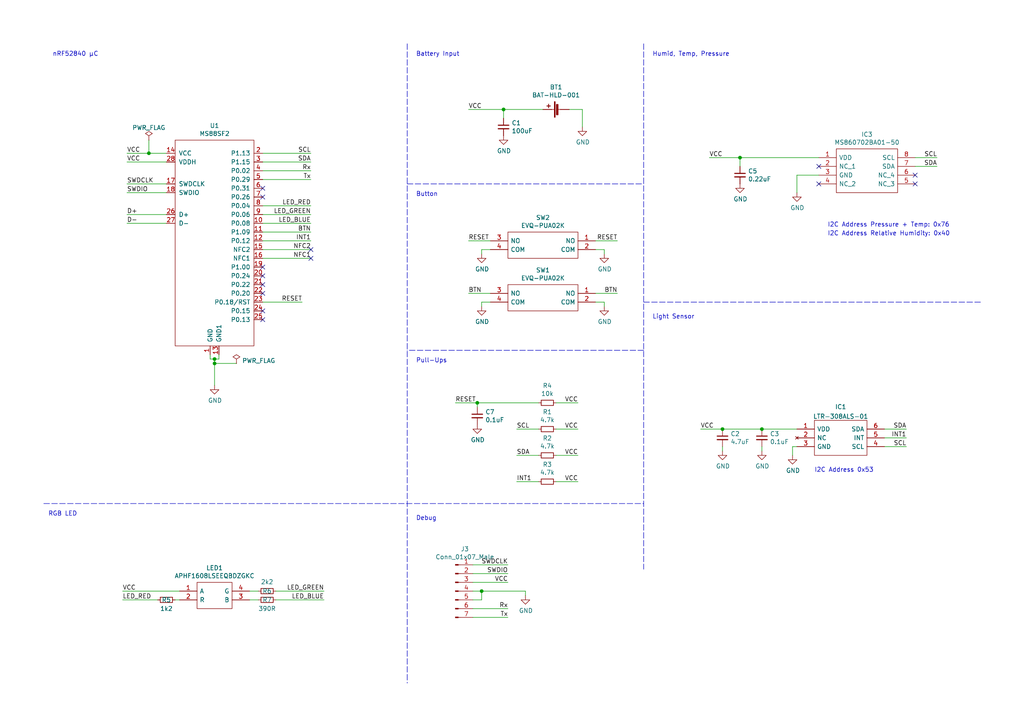
<source format=kicad_sch>
(kicad_sch (version 20211123) (generator eeschema)
  (paper "A4")
  (title_block (title "Thread Sensor Tag") (date "2021-02-08") (rev "0.1") (comment 1 "Licence: MIT"))
  (lib_symbols
    (symbol "APHF1608LSEEQBDZGKC:APHF1608LSEEQBDZGKC" (pin_names (offset 0.762))
      (property "Reference" "LED" (at 16.51 7.62 0))
      (property "Value" "APHF1608LSEEQBDZGKC" (at 16.51 5.08 0))
      (symbol "APHF1608LSEEQBDZGKC_0_0"
        (pin passive line (at 0 0 0) (length 5.08) (name "A") (number "1"))
        (pin passive line (at 0 -2.54 0) (length 5.08) (name "R") (number "2"))
        (pin passive line (at 20.32 -2.54 180) (length 5.08) (name "B") (number "3"))
        (pin passive line (at 20.32 0 180) (length 5.08) (name "G") (number "4"))
      )
      (symbol "APHF1608LSEEQBDZGKC_0_1"
        (polyline (pts (xy 5.08 2.54) (xy 15.24 2.54) (xy 15.24 -5.08) (xy 5.08 -5.08) (xy 5.08 2.54)) (stroke (width 0.1524)))
      )
    )
    (symbol "Connector:Conn_01x07_Male" (pin_names (offset 1.016) hide)
      (property "Reference" "J" (at 0 10.16 0))
      (property "Value" "Conn_01x07_Male" (at 0 -10.16 0))
      (symbol "Conn_01x07_Male_1_1"
        (polyline (pts (xy 1.27 -7.62) (xy 0.8636 -7.62)) (stroke (width 0.1524)))
        (polyline (pts (xy 1.27 -5.08) (xy 0.8636 -5.08)) (stroke (width 0.1524)))
        (polyline (pts (xy 1.27 -2.54) (xy 0.8636 -2.54)) (stroke (width 0.1524)))
        (polyline (pts (xy 1.27 0) (xy 0.8636 0)) (stroke (width 0.1524)))
        (polyline (pts (xy 1.27 2.54) (xy 0.8636 2.54)) (stroke (width 0.1524)))
        (polyline (pts (xy 1.27 5.08) (xy 0.8636 5.08)) (stroke (width 0.1524)))
        (polyline (pts (xy 1.27 7.62) (xy 0.8636 7.62)) (stroke (width 0.1524)))
        (rectangle (start 0.8636 -7.493) (end 0 -7.747) (stroke (width 0.1524)) (fill (type outline)))
        (rectangle (start 0.8636 -4.953) (end 0 -5.207) (stroke (width 0.1524)) (fill (type outline)))
        (rectangle (start 0.8636 -2.413) (end 0 -2.667) (stroke (width 0.1524)) (fill (type outline)))
        (rectangle (start 0.8636 0.127) (end 0 -0.127) (stroke (width 0.1524)) (fill (type outline)))
        (rectangle (start 0.8636 2.667) (end 0 2.413) (stroke (width 0.1524)) (fill (type outline)))
        (rectangle (start 0.8636 5.207) (end 0 4.953) (stroke (width 0.1524)) (fill (type outline)))
        (rectangle (start 0.8636 7.747) (end 0 7.493) (stroke (width 0.1524)) (fill (type outline)))
        (pin passive line (at 5.08 7.62 180) (length 3.81) (name "Pin_1") (number "1"))
        (pin passive line (at 5.08 5.08 180) (length 3.81) (name "Pin_2") (number "2"))
        (pin passive line (at 5.08 2.54 180) (length 3.81) (name "Pin_3") (number "3"))
        (pin passive line (at 5.08 0 180) (length 3.81) (name "Pin_4") (number "4"))
        (pin passive line (at 5.08 -2.54 180) (length 3.81) (name "Pin_5") (number "5"))
        (pin passive line (at 5.08 -5.08 180) (length 3.81) (name "Pin_6") (number "6"))
        (pin passive line (at 5.08 -7.62 180) (length 3.81) (name "Pin_7") (number "7"))
      )
    )
    (symbol "Device:Battery_Cell" (pin_numbers hide) (pin_names (offset 0) hide)
      (property "Reference" "BT" (at 2.54 2.54 0))
      (property "Value" "Battery_Cell" (at 2.54 0 0))
      (symbol "Battery_Cell_0_1"
        (rectangle (start -2.286 1.778) (end 2.286 1.524) (fill (type outline)))
        (rectangle (start -1.5748 1.1938) (end 1.4732 0.6858) (fill (type outline)))
        (polyline (pts (xy 0 0.762) (xy 0 0)))
        (polyline (pts (xy 0 1.778) (xy 0 2.54)))
        (polyline (pts (xy 0.508 3.429) (xy 1.524 3.429)) (stroke (width 0.254)))
        (polyline (pts (xy 1.016 3.937) (xy 1.016 2.921)) (stroke (width 0.254)))
      )
      (symbol "Battery_Cell_1_1"
        (pin passive line (at 0 5.08 270) (length 2.54) (name "+") (number "1"))
        (pin passive line (at 0 -2.54 90) (length 2.54) (name "-") (number "2"))
      )
    )
    (symbol "Device:C_Small" (pin_numbers hide) (pin_names (offset 0.254) hide)
      (property "Reference" "C" (at 0.254 1.778 0))
      (property "Value" "C_Small" (at 0.254 -2.032 0))
      (symbol "C_Small_0_1"
        (polyline (pts (xy -1.524 -0.508) (xy 1.524 -0.508)) (stroke (width 0.3302)))
        (polyline (pts (xy -1.524 0.508) (xy 1.524 0.508)) (stroke (width 0.3048)))
      )
      (symbol "C_Small_1_1"
        (pin passive line (at 0 2.54 270) (length 2.032) (name "~") (number "1"))
        (pin passive line (at 0 -2.54 90) (length 2.032) (name "~") (number "2"))
      )
    )
    (symbol "Device:R_Small" (pin_numbers hide) (pin_names (offset 0.254) hide)
      (property "Reference" "R" (at 0.762 0.508 0))
      (property "Value" "R_Small" (at 0.762 -1.016 0))
      (symbol "R_Small_0_1"
        (rectangle (start -0.762 1.778) (end 0.762 -1.778) (stroke (width 0.2032)))
      )
      (symbol "R_Small_1_1"
        (pin passive line (at 0 2.54 270) (length 0.762) (name "~") (number "1"))
        (pin passive line (at 0 -2.54 90) (length 0.762) (name "~") (number "2"))
      )
    )
    (symbol "EVQ-PUA02K:EVQ-PUA02K" (pin_names (offset 0.762))
      (property "Reference" "S" (at 26.67 7.62 0))
      (property "Value" "EVQ-PUA02K" (at 26.67 5.08 0))
      (symbol "EVQ-PUA02K_0_0"
        (pin passive line (at 30.48 0 180) (length 5.08) (name "NO") (number "1"))
        (pin passive line (at 30.48 -2.54 180) (length 5.08) (name "COM") (number "2"))
        (pin passive line (at 0 0 0) (length 5.08) (name "NO") (number "3"))
        (pin passive line (at 0 -2.54 0) (length 5.08) (name "COM") (number "4"))
      )
      (symbol "EVQ-PUA02K_0_1"
        (polyline (pts (xy 5.08 2.54) (xy 25.4 2.54) (xy 25.4 -5.08) (xy 5.08 -5.08) (xy 5.08 2.54)) (stroke (width 0.1524)))
      )
    )
    (symbol "LTR-308ALS-01:LTR-308ALS-01" (pin_names (offset 0.762))
      (property "Reference" "IC" (at 21.59 7.62 0))
      (property "Value" "LTR-308ALS-01" (at 21.59 5.08 0))
      (symbol "LTR-308ALS-01_0_0"
        (pin passive line (at 0 0 0) (length 5.08) (name "VDD") (number "1"))
        (pin no_connect line (at 0 -2.54 0) (length 5.08) (name "NC") (number "2"))
        (pin passive line (at 0 -5.08 0) (length 5.08) (name "GND") (number "3"))
        (pin passive line (at 25.4 -5.08 180) (length 5.08) (name "SCL") (number "4"))
        (pin passive line (at 25.4 -2.54 180) (length 5.08) (name "INT") (number "5"))
        (pin passive line (at 25.4 0 180) (length 5.08) (name "SDA") (number "6"))
      )
      (symbol "LTR-308ALS-01_0_1"
        (polyline (pts (xy 5.08 2.54) (xy 20.32 2.54) (xy 20.32 -7.62) (xy 5.08 -7.62) (xy 5.08 2.54)) (stroke (width 0.1524)))
      )
    )
    (symbol "MS860702BA01-50:MS860702BA01-50" (pin_names (offset 0.762))
      (property "Reference" "IC" (at 24.13 7.62 0))
      (property "Value" "MS860702BA01-50" (at 24.13 5.08 0))
      (symbol "MS860702BA01-50_0_0"
        (pin passive line (at 0 0 0) (length 5.08) (name "VDD") (number "1"))
        (pin passive line (at 0 -2.54 0) (length 5.08) (name "NC_1") (number "2"))
        (pin passive line (at 0 -5.08 0) (length 5.08) (name "GND") (number "3"))
        (pin passive line (at 0 -7.62 0) (length 5.08) (name "NC_2") (number "4"))
        (pin passive line (at 27.94 -7.62 180) (length 5.08) (name "NC_3") (number "5"))
        (pin passive line (at 27.94 -5.08 180) (length 5.08) (name "NC_4") (number "6"))
        (pin passive line (at 27.94 -2.54 180) (length 5.08) (name "SDA") (number "7"))
        (pin passive line (at 27.94 0 180) (length 5.08) (name "SCL") (number "8"))
      )
      (symbol "MS860702BA01-50_0_1"
        (polyline (pts (xy 5.08 2.54) (xy 22.86 2.54) (xy 22.86 -10.16) (xy 5.08 -10.16) (xy 5.08 2.54)) (stroke (width 0.1524)))
      )
    )
    (symbol "MS88SF2:MS88SF2" (pin_names (offset 1.016))
      (property "Reference" "U" (at 0 -15.24 0))
      (property "Value" "MS88SF2" (at 0 10.16 0))
      (symbol "MS88SF2_0_1"
        (rectangle (start -11.43 8.89) (end 11.43 -50.8))
      )
      (symbol "MS88SF2_1_1"
        (pin power_in line (at -1.27 -53.34 90) (length 2.54) (name "GND") (number "1"))
        (pin bidirectional line (at 13.97 -15.24 180) (length 2.54) (name "P0.08") (number "10"))
        (pin bidirectional line (at 13.97 -17.78 180) (length 2.54) (name "P1.09") (number "11"))
        (pin bidirectional line (at 13.97 -20.32 180) (length 2.54) (name "P0.12") (number "12"))
        (pin power_in line (at 1.27 -53.34 90) (length 2.54) (name "GND1") (number "13"))
        (pin power_in line (at -13.97 5.08 0) (length 2.54) (name "VCC") (number "14"))
        (pin bidirectional line (at 13.97 -22.86 180) (length 2.54) (name "NFC2") (number "15"))
        (pin bidirectional line (at 13.97 -25.4 180) (length 2.54) (name "NFC1") (number "16"))
        (pin input line (at -13.97 -3.81 0) (length 2.54) (name "SWDCLK") (number "17"))
        (pin bidirectional line (at -13.97 -6.35 0) (length 2.54) (name "SWDIO") (number "18"))
        (pin bidirectional line (at 13.97 -27.94 180) (length 2.54) (name "P1.00") (number "19"))
        (pin bidirectional line (at 13.97 5.08 180) (length 2.54) (name "P1.13") (number "2"))
        (pin bidirectional line (at 13.97 -30.48 180) (length 2.54) (name "P0.24") (number "20"))
        (pin bidirectional line (at 13.97 -33.02 180) (length 2.54) (name "P0.22") (number "21"))
        (pin bidirectional line (at 13.97 -35.56 180) (length 2.54) (name "P0.20") (number "22"))
        (pin bidirectional line (at 13.97 -38.1 180) (length 2.54) (name "P0.18/RST") (number "23"))
        (pin bidirectional line (at 13.97 -40.64 180) (length 2.54) (name "P0.15") (number "24"))
        (pin bidirectional line (at 13.97 -43.18 180) (length 2.54) (name "P0.13") (number "25"))
        (pin bidirectional line (at -13.97 -12.7 0) (length 2.54) (name "D+") (number "26"))
        (pin bidirectional line (at -13.97 -15.24 0) (length 2.54) (name "D-") (number "27"))
        (pin power_in line (at -13.97 2.54 0) (length 2.54) (name "VDDH") (number "28"))
        (pin bidirectional line (at 13.97 2.54 180) (length 2.54) (name "P1.15") (number "3"))
        (pin bidirectional line (at 13.97 0 180) (length 2.54) (name "P0.02") (number "4"))
        (pin bidirectional line (at 13.97 -2.54 180) (length 2.54) (name "P0.29") (number "5"))
        (pin bidirectional line (at 13.97 -5.08 180) (length 2.54) (name "P0.31") (number "6"))
        (pin bidirectional line (at 13.97 -7.62 180) (length 2.54) (name "P0.26") (number "7"))
        (pin bidirectional line (at 13.97 -10.16 180) (length 2.54) (name "P0.04") (number "8"))
        (pin bidirectional line (at 13.97 -12.7 180) (length 2.54) (name "P0.06") (number "9"))
      )
    )
    (symbol "power:GND" (power) (pin_names (offset 0))
      (property "Value" "GND" (at 0 -3.81 0))
      (symbol "GND_0_1"
        (polyline (pts (xy 0 0) (xy 0 -1.27) (xy 1.27 -1.27) (xy 0 -2.54) (xy -1.27 -1.27) (xy 0 -1.27)))
      )
      (symbol "GND_1_1"
        (pin power_in line (at 0 0 270) (length 0) hide (name "GND") (number "1"))
      )
    )
    (symbol "power:PWR_FLAG" (power) (pin_numbers hide) (pin_names (offset 0) hide)
      (property "Value" "PWR_FLAG" (at 0 3.81 0))
      (symbol "PWR_FLAG_0_0"
        (pin power_out line (at 0 0 90) (length 0) (name "pwr") (number "1"))
      )
      (symbol "PWR_FLAG_0_1"
        (polyline (pts (xy 0 0) (xy 0 1.27) (xy -1.016 1.905) (xy 0 2.54) (xy 1.016 1.905) (xy 0 1.27)))
      )
    )
  )
  (junction (at 146.05 31.75))
  (junction (at 139.7 171.45))
  (junction (at 214.63 45.72))
  (junction (at 220.98 124.46))
  (junction (at 209.55 124.46))
  (junction (at 62.23 104.14))
  (junction (at 62.23 105.41))
  (junction (at 43.18 44.45))
  (junction (at 138.43 116.84))
  (no_connect (at 237.49 48.26))
  (no_connect (at 237.49 53.34))
  (no_connect (at 76.2 90.17))
  (no_connect (at 76.2 57.15))
  (no_connect (at 90.17 74.93))
  (no_connect (at 265.43 53.34))
  (no_connect (at 265.43 50.8))
  (no_connect (at 90.17 72.39))
  (no_connect (at 76.2 92.71))
  (no_connect (at 76.2 82.55))
  (no_connect (at 76.2 77.47))
  (no_connect (at 76.2 54.61))
  (no_connect (at 76.2 85.09))
  (no_connect (at 76.2 80.01))
  (wire (pts (xy 229.87 129.54) (xy 229.87 132.08)))
  (wire (pts (xy 168.91 31.75) (xy 165.1 31.75)))
  (wire (pts (xy 45.72 173.99) (xy 35.56 173.99)))
  (wire (pts (xy 80.01 173.99) (xy 93.98 173.99)))
  (wire (pts (xy 76.2 67.31) (xy 90.17 67.31)))
  (wire (pts (xy 220.98 124.46) (xy 209.55 124.46)))
  (wire (pts (xy 167.64 116.84) (xy 161.29 116.84)))
  (wire (pts (xy 142.24 69.85) (xy 135.89 69.85)))
  (wire (pts (xy 76.2 44.45) (xy 90.17 44.45)))
  (wire (pts (xy 138.43 116.84) (xy 156.21 116.84)))
  (wire (pts (xy 265.43 48.26) (xy 271.78 48.26)))
  (wire (pts (xy 93.98 171.45) (xy 80.01 171.45)))
  (wire (pts (xy 90.17 62.23) (xy 76.2 62.23)))
  (wire (pts (xy 76.2 59.69) (xy 90.17 59.69)))
  (wire (pts (xy 149.86 124.46) (xy 156.21 124.46)))
  (polyline (pts (xy 12.7 146.05) (xy 186.69 146.05)))
  (wire (pts (xy 135.89 31.75) (xy 146.05 31.75)))
  (wire (pts (xy 167.64 124.46) (xy 161.29 124.46)))
  (wire (pts (xy 135.89 85.09) (xy 142.24 85.09)))
  (wire (pts (xy 175.26 72.39) (xy 175.26 73.66)))
  (wire (pts (xy 146.05 34.29) (xy 146.05 31.75)))
  (wire (pts (xy 256.54 129.54) (xy 262.89 129.54)))
  (wire (pts (xy 139.7 72.39) (xy 142.24 72.39)))
  (wire (pts (xy 60.96 104.14) (xy 62.23 104.14)))
  (wire (pts (xy 48.26 55.88) (xy 36.83 55.88)))
  (wire (pts (xy 52.07 173.99) (xy 50.8 173.99)))
  (wire (pts (xy 214.63 48.26) (xy 214.63 45.72)))
  (wire (pts (xy 68.58 105.41) (xy 62.23 105.41)))
  (wire (pts (xy 90.17 52.07) (xy 76.2 52.07)))
  (wire (pts (xy 43.18 40.64) (xy 43.18 44.45)))
  (wire (pts (xy 62.23 104.14) (xy 63.5 104.14)))
  (wire (pts (xy 167.64 139.7) (xy 161.29 139.7)))
  (wire (pts (xy 90.17 46.99) (xy 76.2 46.99)))
  (wire (pts (xy 203.2 124.46) (xy 209.55 124.46)))
  (wire (pts (xy 137.16 173.99) (xy 139.7 173.99)))
  (wire (pts (xy 149.86 132.08) (xy 156.21 132.08)))
  (wire (pts (xy 142.24 87.63) (xy 139.7 87.63)))
  (wire (pts (xy 147.32 168.91) (xy 137.16 168.91)))
  (wire (pts (xy 231.14 50.8) (xy 231.14 55.88)))
  (wire (pts (xy 36.83 64.77) (xy 48.26 64.77)))
  (wire (pts (xy 209.55 130.81) (xy 209.55 129.54)))
  (wire (pts (xy 265.43 45.72) (xy 271.78 45.72)))
  (wire (pts (xy 76.2 69.85) (xy 90.17 69.85)))
  (wire (pts (xy 48.26 44.45) (xy 43.18 44.45)))
  (wire (pts (xy 35.56 171.45) (xy 52.07 171.45)))
  (polyline (pts (xy 186.69 12.7) (xy 186.69 165.1)))
  (wire (pts (xy 179.07 69.85) (xy 172.72 69.85)))
  (wire (pts (xy 76.2 74.93) (xy 90.17 74.93)))
  (wire (pts (xy 62.23 104.14) (xy 62.23 105.41)))
  (polyline (pts (xy 186.69 87.63) (xy 284.48 87.63)))
  (wire (pts (xy 74.93 173.99) (xy 72.39 173.99)))
  (wire (pts (xy 175.26 87.63) (xy 172.72 87.63)))
  (wire (pts (xy 161.29 132.08) (xy 167.64 132.08)))
  (wire (pts (xy 172.72 72.39) (xy 175.26 72.39)))
  (wire (pts (xy 147.32 176.53) (xy 137.16 176.53)))
  (wire (pts (xy 256.54 124.46) (xy 262.89 124.46)))
  (wire (pts (xy 256.54 127) (xy 262.89 127)))
  (wire (pts (xy 76.2 87.63) (xy 87.63 87.63)))
  (wire (pts (xy 147.32 163.83) (xy 137.16 163.83)))
  (wire (pts (xy 90.17 49.53) (xy 76.2 49.53)))
  (wire (pts (xy 139.7 87.63) (xy 139.7 88.9)))
  (wire (pts (xy 62.23 105.41) (xy 62.23 111.76)))
  (polyline (pts (xy 118.11 53.34) (xy 186.69 53.34)))
  (wire (pts (xy 36.83 53.34) (xy 48.26 53.34)))
  (wire (pts (xy 175.26 88.9) (xy 175.26 87.63)))
  (wire (pts (xy 139.7 73.66) (xy 139.7 72.39)))
  (wire (pts (xy 48.26 46.99) (xy 36.83 46.99)))
  (wire (pts (xy 60.96 102.87) (xy 60.96 104.14)))
  (wire (pts (xy 156.21 139.7) (xy 149.86 139.7)))
  (polyline (pts (xy 118.11 12.7) (xy 118.11 198.12)))
  (wire (pts (xy 43.18 44.45) (xy 36.83 44.45)))
  (wire (pts (xy 137.16 171.45) (xy 139.7 171.45)))
  (polyline (pts (xy 186.69 101.6) (xy 118.11 101.6)))
  (wire (pts (xy 231.14 129.54) (xy 229.87 129.54)))
  (wire (pts (xy 137.16 166.37) (xy 147.32 166.37)))
  (wire (pts (xy 132.08 116.84) (xy 138.43 116.84)))
  (wire (pts (xy 152.4 172.72) (xy 152.4 171.45)))
  (wire (pts (xy 179.07 85.09) (xy 172.72 85.09)))
  (wire (pts (xy 147.32 179.07) (xy 137.16 179.07)))
  (wire (pts (xy 168.91 36.83) (xy 168.91 31.75)))
  (wire (pts (xy 36.83 62.23) (xy 48.26 62.23)))
  (wire (pts (xy 220.98 130.81) (xy 220.98 129.54)))
  (wire (pts (xy 76.2 64.77) (xy 90.17 64.77)))
  (wire (pts (xy 220.98 124.46) (xy 231.14 124.46)))
  (wire (pts (xy 205.74 45.72) (xy 214.63 45.72)))
  (wire (pts (xy 76.2 72.39) (xy 90.17 72.39)))
  (wire (pts (xy 72.39 171.45) (xy 74.93 171.45)))
  (wire (pts (xy 138.43 118.11) (xy 138.43 116.84)))
  (wire (pts (xy 63.5 104.14) (xy 63.5 102.87)))
  (wire (pts (xy 146.05 31.75) (xy 157.48 31.75)))
  (wire (pts (xy 139.7 173.99) (xy 139.7 171.45)))
  (wire (pts (xy 139.7 171.45) (xy 152.4 171.45)))
  (wire (pts (xy 237.49 50.8) (xy 231.14 50.8)))
  (wire (pts (xy 214.63 45.72) (xy 237.49 45.72)))
  (text "Humid, Temp, Pressure" (at 189.23 16.51 0) (effects (font (size 1.27 1.27)) (justify left bottom)))
  (text "nRF52840 µC" (at 15.24 16.51 0) (effects (font (size 1.27 1.27)) (justify left bottom)))
  (text "Pull-Ups" (at 120.65 105.41 0) (effects (font (size 1.27 1.27)) (justify left bottom)))
  (text "RGB LED" (at 13.97 149.86 0) (effects (font (size 1.27 1.27)) (justify left bottom)))
  (text "Battery Input" (at 120.65 16.51 0) (effects (font (size 1.27 1.27)) (justify left bottom)))
  (text "I2C Address Pressure + Temp: 0x76" (at 240.03 66.04 0) (effects (font (size 1.27 1.27)) (justify left bottom)))
  (text "Button" (at 120.65 57.15 0) (effects (font (size 1.27 1.27)) (justify left bottom)))
  (text "I2C Address 0x53" (at 236.22 137.16 0) (effects (font (size 1.27 1.27)) (justify left bottom)))
  (text "Debug" (at 120.65 151.13 0) (effects (font (size 1.27 1.27)) (justify left bottom)))
  (text "I2C Address Relative Humidity: 0x40" (at 240.03 68.58 0) (effects (font (size 1.27 1.27)) (justify left bottom)))
  (text "Light Sensor" (at 189.23 92.71 0) (effects (font (size 1.27 1.27)) (justify left bottom)))
  (label "VCC" (at 167.64 116.84 180))
  (label "INT1" (at 90.17 69.85 180))
  (label "NFC2" (at 90.17 72.39 180))
  (label "VCC" (at 35.56 171.45 0))
  (label "D+" (at 36.83 62.23 0))
  (label "SCL" (at 149.86 124.46 0))
  (label "SDA" (at 262.89 124.46 180))
  (label "SCL" (at 271.78 45.72 180))
  (label "Tx" (at 147.32 179.07 180))
  (label "INT1" (at 149.86 139.7 0))
  (label "SWDCLK" (at 147.32 163.83 180))
  (label "LED_BLUE" (at 93.98 173.99 180))
  (label "BTN" (at 179.07 85.09 180))
  (label "Tx" (at 90.17 52.07 180))
  (label "SDA" (at 90.17 46.99 180))
  (label "SCL" (at 262.89 129.54 180))
  (label "BTN" (at 90.17 67.31 180))
  (label "SCL" (at 90.17 44.45 180))
  (label "LED_BLUE" (at 90.17 64.77 180))
  (label "Rx" (at 90.17 49.53 180))
  (label "RESET" (at 87.63 87.63 180))
  (label "INT1" (at 262.89 127 180))
  (label "VCC" (at 203.2 124.46 0))
  (label "SDA" (at 149.86 132.08 0))
  (label "LED_GREEN" (at 93.98 171.45 180))
  (label "VCC" (at 167.64 132.08 180))
  (label "NFC1" (at 90.17 74.93 180))
  (label "VCC" (at 167.64 124.46 180))
  (label "D-" (at 36.83 64.77 0))
  (label "SDA" (at 271.78 48.26 180))
  (label "VCC" (at 205.74 45.72 0))
  (label "Rx" (at 147.32 176.53 180))
  (label "SWDIO" (at 36.83 55.88 0))
  (label "VCC" (at 135.89 31.75 0))
  (label "BTN" (at 135.89 85.09 0))
  (label "SWDCLK" (at 36.83 53.34 0))
  (label "LED_RED" (at 90.17 59.69 180))
  (label "VCC" (at 147.32 168.91 180))
  (label "VCC" (at 36.83 44.45 0))
  (label "LED_GREEN" (at 90.17 62.23 180))
  (label "LED_RED" (at 35.56 173.99 0))
  (label "RESET" (at 132.08 116.84 0))
  (label "SWDIO" (at 147.32 166.37 180))
  (label "VCC" (at 167.64 139.7 180))
  (label "RESET" (at 179.07 69.85 180))
  (label "VCC" (at 36.83 46.99 0))
  (label "RESET" (at 135.89 69.85 0))
  (symbol (lib_id "Device:Battery_Cell") (at 162.56 31.75 90) (unit 1)
    (property "Reference" "BT1" (at 161.29 25.273 90))
    (property "Value" "BAT-HLD-001" (at 161.29 27.5844 90))
    (property "Footprint" "BAT-HLD-001:BATHLD001" (effects hide))
  )
  (symbol (lib_id "power:GND") (at 152.4 172.72 0) (unit 1)
    (property "Reference" "#PWR0118" (effects hide))
    (property "Value" "GND" (at 152.527 177.1142 0))
  )
  (symbol (lib_id "Connector:Conn_01x07_Male") (at 132.08 171.45 0) (unit 1)
    (property "Reference" "J3" (at 134.8232 159.2326 0))
    (property "Value" "Conn_01x07_Male" (at 134.8232 161.544 0))
    (property "Footprint" "Connector_PinHeader_2.54mm:PinHeader_1x07_P2.54mm_Vertical" (effects hide))
  )
  (symbol (lib_id "Device:R_Small") (at 158.75 124.46 270) (unit 1)
    (property "Reference" "R1" (at 158.75 119.4816 90))
    (property "Value" "4.7k" (at 158.75 121.793 90))
    (property "Footprint" "Resistor_SMD:R_0603_1608Metric" (effects hide))
  )
  (symbol (lib_id "Device:R_Small") (at 158.75 132.08 270) (unit 1)
    (property "Reference" "R2" (at 158.75 127.1016 90))
    (property "Value" "4.7k" (at 158.75 129.413 90))
    (property "Footprint" "Resistor_SMD:R_0603_1608Metric" (effects hide))
  )
  (symbol (lib_id "Device:R_Small") (at 158.75 139.7 270) (unit 1)
    (property "Reference" "R3" (at 158.75 134.7216 90))
    (property "Value" "4.7k" (at 158.75 137.033 90))
    (property "Footprint" "Resistor_SMD:R_0603_1608Metric" (effects hide))
  )
  (symbol (lib_id "power:GND") (at 168.91 36.83 0) (unit 1)
    (property "Reference" "#PWR0111" (effects hide))
    (property "Value" "GND" (at 169.037 41.2242 0))
  )
  (symbol (lib_id "MS860702BA01-50:MS860702BA01-50") (at 237.49 45.72 0) (unit 1)
    (property "Reference" "IC3" (at 251.46 38.989 0))
    (property "Value" "MS860702BA01-50" (at 251.46 41.3004 0))
    (property "Footprint" "MS860702BA01-50:SON125P300X500X100-8N" (effects hide))
    (property "Datasheet" "https://componentsearchengine.com/Datasheets/1/MS860702BA01-50.pdf" (effects hide))
    (property "Description" "SENSOR SOLUTIONS - TE CONNECTIVITY - MS860702BA01-50 - PRESSURE SENSOR, 10MBAR-29PSI, QFN-8" (effects hide))
    (property "Height" "1" (effects hide))
    (property "Manufacturer_Name" "TE Connectivity" (effects hide))
    (property "Manufacturer_Part_Number" "MS860702BA01-50" (effects hide))
    (property "Mouser Part Number" "824-MS860702BA01-50" (effects hide))
    (property "Mouser Price/Stock" "https://www.mouser.co.uk/ProductDetail/Measurement-Specialties/MS860702BA01-50?qs=lU3n7Z6pAZJebVoKdr5RAw%3D%3D" (effects hide))
    (property "Arrow Part Number" "MS860702BA01-50" (effects hide))
    (property "Arrow Price/Stock" "https://www.arrow.com/en/products/ms860702ba01-50/te-connectivity" (effects hide))
  )
  (symbol (lib_id "Device:C_Small") (at 214.63 50.8 0) (unit 1)
    (property "Reference" "C5" (at 216.9668 49.6316 0) (effects (justify left)))
    (property "Value" "0.22uF" (at 216.9668 51.943 0) (effects (justify left)))
    (property "Footprint" "Capacitor_SMD:C_0603_1608Metric" (effects hide))
  )
  (symbol (lib_id "power:GND") (at 214.63 53.34 0) (unit 1)
    (property "Reference" "#PWR0105" (effects hide))
    (property "Value" "GND" (at 214.757 57.7342 0))
  )
  (symbol (lib_id "power:GND") (at 231.14 55.88 0) (unit 1)
    (property "Reference" "#PWR0106" (effects hide))
    (property "Value" "GND" (at 231.267 60.2742 0))
  )
  (symbol (lib_id "EVQ-PUA02K:EVQ-PUA02K") (at 142.24 69.85 0) (unit 1)
    (property "Reference" "SW2" (at 157.48 63.119 0))
    (property "Value" "EVQ-PUA02K" (at 157.48 65.4304 0))
    (property "Footprint" "EVQ-PUA02K:EVQPUA02K" (effects hide))
    (property "Datasheet" "https://www.mouser.in/ProductDetail/Panasonic/EVQ-PUA02K?qs=%2Fha2pyFadujMSX8lHuHLeTqtnZtxLpuLygd0%252BejhC2g%3D" (effects hide))
    (property "Description" "Tactile Switches SIDE PUSH 2.2NF 4.7x3.2x1.65mm" (effects hide))
    (property "Height" "1.95" (effects hide))
    (property "Manufacturer_Name" "Panasonic" (effects hide))
    (property "Manufacturer_Part_Number" "EVQ-PUA02K" (effects hide))
    (property "Mouser Part Number" "667-EVQ-PUA02K" (effects hide))
    (property "Mouser Price/Stock" "https://www.mouser.co.uk/ProductDetail/Panasonic/EVQ-PUA02K?qs=whhzBCqEXCvFsgipcL1tig%3D%3D" (effects hide))
    (property "Arrow Part Number" "EVQ-PUA02K" (effects hide))
    (property "Arrow Price/Stock" "https://www.arrow.com/en/products/evq-pua02k/panasonic" (effects hide))
  )
  (symbol (lib_id "EVQ-PUA02K:EVQ-PUA02K") (at 142.24 85.09 0) (unit 1)
    (property "Reference" "SW1" (at 157.48 78.359 0))
    (property "Value" "EVQ-PUA02K" (at 157.48 80.6704 0))
    (property "Footprint" "EVQ-PUA02K:EVQPUA02K" (effects hide))
    (property "Datasheet" "https://www.mouser.in/ProductDetail/Panasonic/EVQ-PUA02K?qs=%2Fha2pyFadujMSX8lHuHLeTqtnZtxLpuLygd0%252BejhC2g%3D" (effects hide))
    (property "Description" "Tactile Switches SIDE PUSH 2.2NF 4.7x3.2x1.65mm" (effects hide))
    (property "Height" "1.95" (effects hide))
    (property "Manufacturer_Name" "Panasonic" (effects hide))
    (property "Manufacturer_Part_Number" "EVQ-PUA02K" (effects hide))
    (property "Mouser Part Number" "667-EVQ-PUA02K" (effects hide))
    (property "Mouser Price/Stock" "https://www.mouser.co.uk/ProductDetail/Panasonic/EVQ-PUA02K?qs=whhzBCqEXCvFsgipcL1tig%3D%3D" (effects hide))
    (property "Arrow Part Number" "EVQ-PUA02K" (effects hide))
    (property "Arrow Price/Stock" "https://www.arrow.com/en/products/evq-pua02k/panasonic" (effects hide))
  )
  (symbol (lib_id "Device:R_Small") (at 158.75 116.84 270) (unit 1)
    (property "Reference" "R4" (at 158.75 111.8616 90))
    (property "Value" "10k" (at 158.75 114.173 90))
    (property "Footprint" "Resistor_SMD:R_0603_1608Metric" (effects hide))
  )
  (symbol (lib_id "power:GND") (at 175.26 73.66 0) (unit 1)
    (property "Reference" "#PWR0113" (effects hide))
    (property "Value" "GND" (at 175.387 78.0542 0))
  )
  (symbol (lib_id "power:GND") (at 139.7 73.66 0) (unit 1)
    (property "Reference" "#PWR0114" (effects hide))
    (property "Value" "GND" (at 139.827 78.0542 0))
  )
  (symbol (lib_id "power:GND") (at 139.7 88.9 0) (unit 1)
    (property "Reference" "#PWR0115" (effects hide))
    (property "Value" "GND" (at 139.827 93.2942 0))
  )
  (symbol (lib_id "power:GND") (at 175.26 88.9 0) (unit 1)
    (property "Reference" "#PWR0116" (effects hide))
    (property "Value" "GND" (at 175.387 93.2942 0))
  )
  (symbol (lib_id "Device:C_Small") (at 138.43 120.65 0) (unit 1)
    (property "Reference" "C7" (at 140.7668 119.4816 0) (effects (justify left)))
    (property "Value" "0.1uF" (at 140.7668 121.793 0) (effects (justify left)))
    (property "Footprint" "Capacitor_SMD:C_0603_1608Metric" (effects hide))
  )
  (symbol (lib_id "power:GND") (at 138.43 123.19 0) (unit 1)
    (property "Reference" "#PWR0117" (effects hide))
    (property "Value" "GND" (at 138.557 127.5842 0))
  )
  (symbol (lib_id "MS88SF2:MS88SF2") (at 62.23 49.53 0) (unit 1)
    (property "Reference" "U1" (at 62.23 36.449 0))
    (property "Value" "MS88SF2" (at 62.23 38.7604 0))
    (property "Footprint" "MS88SF2:MS88SF2" (effects hide))
  )
  (symbol (lib_id "power:GND") (at 62.23 111.76 0) (unit 1)
    (property "Reference" "#PWR0101" (effects hide))
    (property "Value" "GND" (at 62.357 116.1542 0))
  )
  (symbol (lib_id "APHF1608LSEEQBDZGKC:APHF1608LSEEQBDZGKC") (at 52.07 171.45 0) (unit 1)
    (property "Reference" "LED1" (at 62.23 164.719 0))
    (property "Value" "APHF1608LSEEQBDZGKC" (at 62.23 167.0304 0))
    (property "Footprint" "APHF1608LSEEQBDZGKC:APHF1608LSEEQBDZGKC" (effects hide))
    (property "Datasheet" "https://componentsearchengine.com/Datasheets/1/APHF1608LSEEQBDZGKC.pdf" (effects hide))
    (property "Description" "Standard LEDs - SMD RGB 0603 SMD" (effects hide))
    (property "Manufacturer_Name" "Kingbright" (effects hide))
    (property "Manufacturer_Part_Number" "APHF1608LSEEQBDZGKC" (effects hide))
    (property "Mouser Part Number" "604-APHF1608LQBDZGKC" (effects hide))
    (property "Mouser Price/Stock" "https://www.mouser.co.uk/ProductDetail/Kingbright/APHF1608LSEEQBDZGKC?qs=YCa%2FAAYMW02iGkI4tWMQgA%3D%3D" (effects hide))
    (property "Arrow Part Number" "APHF1608LSEEQBDZGKC" (effects hide))
    (property "Arrow Price/Stock" "https://www.arrow.com/en/products/aphf1608lseeqbdzgkc/kingbright" (effects hide))
  )
  (symbol (lib_id "Device:R_Small") (at 48.26 173.99 270) (unit 1)
    (property "Reference" "R5" (at 48.26 173.99 90))
    (property "Value" "1k2" (at 48.26 176.53 90))
    (property "Footprint" "Resistor_SMD:R_0603_1608Metric" (effects hide))
  )
  (symbol (lib_id "Device:R_Small") (at 77.47 171.45 270) (unit 1)
    (property "Reference" "R6" (at 77.47 171.45 90))
    (property "Value" "2k2" (at 77.47 168.783 90))
    (property "Footprint" "Resistor_SMD:R_0603_1608Metric" (effects hide))
  )
  (symbol (lib_id "Device:R_Small") (at 77.47 173.99 270) (unit 1)
    (property "Reference" "R7" (at 77.47 173.99 90))
    (property "Value" "390R" (at 77.47 176.53 90))
    (property "Footprint" "Resistor_SMD:R_0603_1608Metric" (effects hide))
  )
  (symbol (lib_id "Device:C_Small") (at 146.05 36.83 0) (unit 1)
    (property "Reference" "C1" (at 148.3868 35.6616 0) (effects (justify left)))
    (property "Value" "100uF" (at 148.3868 37.973 0) (effects (justify left)))
    (property "Footprint" "Capacitor_SMD:C_1210_3225Metric" (effects hide))
  )
  (symbol (lib_id "power:GND") (at 146.05 39.37 0) (unit 1)
    (property "Reference" "#PWR0102" (effects hide))
    (property "Value" "GND" (at 146.177 43.7642 0))
  )
  (symbol (lib_id "power:PWR_FLAG") (at 43.18 40.64 0) (unit 1)
    (property "Reference" "#FLG0102" (effects hide))
    (property "Value" "PWR_FLAG" (at 43.18 37.0355 0))
  )
  (symbol (lib_id "power:GND") (at 220.98 130.81 0) (unit 1)
    (property "Reference" "#PWR0103" (effects hide))
    (property "Value" "GND" (at 221.107 135.2042 0))
  )
  (symbol (lib_id "power:GND") (at 209.55 130.81 0) (unit 1)
    (property "Reference" "#PWR0107" (effects hide))
    (property "Value" "GND" (at 209.677 135.2042 0))
  )
  (symbol (lib_id "Device:C_Small") (at 209.55 127 0) (unit 1)
    (property "Reference" "C2" (at 211.8868 125.8316 0) (effects (justify left)))
    (property "Value" "4.7uF" (at 211.8868 128.143 0) (effects (justify left)))
    (property "Footprint" "Capacitor_SMD:C_0603_1608Metric" (effects hide))
  )
  (symbol (lib_id "power:GND") (at 229.87 132.08 0) (unit 1)
    (property "Reference" "#PWR0104" (effects hide))
    (property "Value" "GND" (at 229.997 136.4742 0))
  )
  (symbol (lib_id "Device:C_Small") (at 220.98 127 0) (unit 1)
    (property "Reference" "C3" (at 223.3168 125.8316 0) (effects (justify left)))
    (property "Value" "0.1uF" (at 223.3168 128.143 0) (effects (justify left)))
    (property "Footprint" "Capacitor_SMD:C_0603_1608Metric" (effects hide))
  )
  (symbol (lib_id "power:PWR_FLAG") (at 68.58 105.41 0) (unit 1)
    (property "Reference" "#FLG0101" (effects hide))
    (property "Value" "PWR_FLAG" (at 70.231 104.619 0) (effects (justify left)))
  )
  (symbol (lib_id "LTR-308ALS-01:LTR-308ALS-01") (at 231.14 124.46 0) (unit 1)
    (property "Reference" "IC1" (at 243.84 118.0043 0))
    (property "Value" "LTR-308ALS-01" (at 243.84 120.7794 0))
    (property "Footprint" "LTR-308ALS-01:LTR303ALS01" (effects hide))
    (property "Datasheet" "https://optoelectronics.liteon.com/upload/download/DS86-2016-0027/LTR-308ALS_Final_%20DS_V1%201.pdf" (effects hide))
    (property "Description" "Ambient Light Sensors Ambient Light Photo Sensor" (effects hide))
    (property "Height" "0" (effects hide))
    (property "Manufacturer_Name" "Lite-On" (effects hide))
    (property "Manufacturer_Part_Number" "LTR-308ALS-01" (effects hide))
    (property "Mouser Part Number" "N/A" (effects hide))
    (property "Mouser Price/Stock" "https://www.mouser.com/Search/Refine.aspx?Keyword=N%2FA" (effects hide))
    (property "Arrow Part Number" "LTR-308ALS-01" (effects hide))
    (property "Arrow Price/Stock" "https://www.arrow.com/en/products/ltr-308als-01/lite-on-technology" (effects hide))
  )
)
</source>
